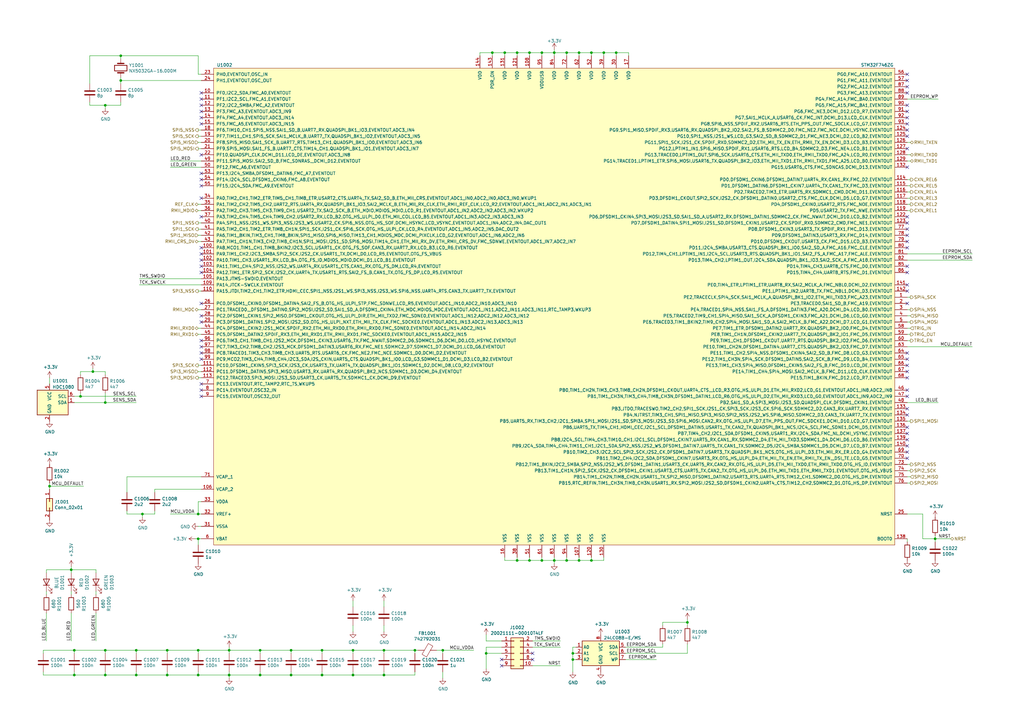
<source format=kicad_sch>
(kicad_sch (version 20230121) (generator eeschema)
  (paper "A3")
  (junction (at 157.48 276.86))
  (junction (at 217.17 21.59))
  (junction (at 199.39 267.97))
  (junction (at 55.88 266.7))
  (junction (at 212.09 229.87))
  (junction (at 237.49 229.87))
  (junction (at 242.57 21.59))
  (junction (at 132.08 276.86))
  (junction (at 43.18 165.1))
  (junction (at 43.18 276.86))
  (junction (at 222.25 229.87))
  (junction (at 232.41 229.87))
  (junction (at 234.95 270.51))
  (junction (at 132.08 266.7))
  (junction (at 237.49 21.59))
  (junction (at 242.57 229.87))
  (junction (at 227.33 21.59))
  (junction (at 43.18 266.7))
  (junction (at 252.73 21.59))
  (junction (at 43.18 43.18))
  (junction (at 207.01 21.59))
  (junction (at 20.32 199.39))
  (junction (at 81.28 210.82))
  (junction (at 81.28 276.86))
  (junction (at 68.58 276.86))
  (junction (at 119.38 276.86))
  (junction (at 81.28 266.7))
  (junction (at 247.65 21.59))
  (junction (at 383.54 220.98))
  (junction (at 119.38 266.7))
  (junction (at 33.02 162.56))
  (junction (at 81.28 220.98))
  (junction (at 227.33 229.87))
  (junction (at 222.25 21.59))
  (junction (at 55.88 276.86))
  (junction (at 170.18 266.7))
  (junction (at 181.61 266.7))
  (junction (at 144.78 276.86))
  (junction (at 38.1 152.4))
  (junction (at 217.17 229.87))
  (junction (at 58.42 210.82))
  (junction (at 201.93 21.59))
  (junction (at 93.98 276.86))
  (junction (at 157.48 266.7))
  (junction (at 30.48 266.7))
  (junction (at 29.21 233.68))
  (junction (at 144.78 266.7))
  (junction (at 68.58 266.7))
  (junction (at 232.41 21.59))
  (junction (at 93.98 266.7))
  (junction (at 106.68 276.86))
  (junction (at 212.09 21.59))
  (junction (at 106.68 266.7))
  (junction (at 49.53 33.02))
  (junction (at 234.95 267.97))
  (junction (at 30.48 276.86))
  (junction (at 49.53 22.86))
  (junction (at 281.94 255.27))
  (no_connect (at 372.11 124.46))
  (no_connect (at 372.11 45.72))
  (no_connect (at 82.55 147.32))
  (no_connect (at 218.44 267.97))
  (no_connect (at 82.55 63.5))
  (no_connect (at 372.11 88.9))
  (no_connect (at 372.11 96.52))
  (no_connect (at 372.11 147.32))
  (no_connect (at 372.11 149.86))
  (no_connect (at 82.55 71.12))
  (no_connect (at 372.11 154.94))
  (no_connect (at 372.11 91.44))
  (no_connect (at 372.11 55.88))
  (no_connect (at 372.11 53.34))
  (no_connect (at 372.11 187.96))
  (no_connect (at 372.11 152.4))
  (no_connect (at 82.55 101.6))
  (no_connect (at 372.11 185.42))
  (no_connect (at 82.55 88.9))
  (no_connect (at 372.11 144.78))
  (no_connect (at 82.55 43.18))
  (no_connect (at 372.11 30.48))
  (no_connect (at 82.55 50.8))
  (no_connect (at 82.55 45.72))
  (no_connect (at 82.55 48.26))
  (no_connect (at 82.55 104.14))
  (no_connect (at 82.55 106.68))
  (no_connect (at 82.55 124.46))
  (no_connect (at 82.55 129.54))
  (no_connect (at 82.55 132.08))
  (no_connect (at 82.55 139.7))
  (no_connect (at 82.55 142.24))
  (no_connect (at 82.55 111.76))
  (no_connect (at 218.44 270.51))
  (no_connect (at 82.55 38.1))
  (no_connect (at 82.55 40.64))
  (no_connect (at 372.11 33.02))
  (no_connect (at 82.55 109.22))
  (no_connect (at 82.55 162.56))
  (no_connect (at 372.11 60.96))
  (no_connect (at 82.55 157.48))
  (no_connect (at 372.11 68.58))
  (no_connect (at 372.11 162.56))
  (no_connect (at 372.11 167.64))
  (no_connect (at 372.11 170.18))
  (no_connect (at 372.11 175.26))
  (no_connect (at 372.11 177.8))
  (no_connect (at 372.11 180.34))
  (no_connect (at 372.11 182.88))
  (no_connect (at 372.11 93.98))
  (no_connect (at 372.11 119.38))
  (no_connect (at 372.11 116.84))
  (no_connect (at 372.11 50.8))
  (no_connect (at 372.11 38.1))
  (no_connect (at 372.11 101.6))
  (no_connect (at 205.74 270.51))
  (no_connect (at 372.11 48.26))
  (no_connect (at 372.11 160.02))
  (no_connect (at 82.55 144.78))
  (no_connect (at 82.55 160.02))
  (no_connect (at 82.55 81.28))
  (no_connect (at 372.11 43.18))
  (no_connect (at 82.55 73.66))
  (no_connect (at 82.55 76.2))
  (no_connect (at 372.11 35.56))
  (no_connect (at 372.11 109.22))
  (no_connect (at 205.74 273.05))
  (no_connect (at 372.11 99.06))
  (no_connect (at 372.11 111.76))
  (wire (pts (xy 20.32 199.39) (xy 34.29 199.39)))
  (wire (pts (xy 234.95 267.97) (xy 234.95 270.51)))
  (wire (pts (xy 236.22 265.43) (xy 234.95 265.43)))
  (wire (pts (xy 82.55 200.66) (xy 63.5 200.66)))
  (wire (pts (xy 227.33 229.87) (xy 227.33 231.14)))
  (wire (pts (xy 236.22 267.97) (xy 234.95 267.97)))
  (wire (pts (xy 373.38 63.5) (xy 372.11 63.5)))
  (wire (pts (xy 68.58 267.97) (xy 68.58 266.7)))
  (wire (pts (xy 82.55 33.02) (xy 49.53 33.02)))
  (wire (pts (xy 19.05 251.46) (xy 19.05 262.89)))
  (wire (pts (xy 68.58 266.7) (xy 81.28 266.7)))
  (wire (pts (xy 82.55 127) (xy 81.28 127)))
  (wire (pts (xy 81.28 205.74) (xy 82.55 205.74)))
  (wire (pts (xy 237.49 22.86) (xy 237.49 21.59)))
  (wire (pts (xy 281.94 267.97) (xy 281.94 264.16)))
  (wire (pts (xy 30.48 162.56) (xy 33.02 162.56)))
  (wire (pts (xy 63.5 200.66) (xy 63.5 201.93)))
  (wire (pts (xy 227.33 228.6) (xy 227.33 229.87)))
  (wire (pts (xy 222.25 21.59) (xy 227.33 21.59)))
  (wire (pts (xy 144.78 248.92) (xy 144.78 246.38)))
  (wire (pts (xy 93.98 266.7) (xy 106.68 266.7)))
  (wire (pts (xy 372.11 165.1) (xy 384.81 165.1)))
  (wire (pts (xy 217.17 228.6) (xy 217.17 229.87)))
  (wire (pts (xy 33.02 162.56) (xy 33.02 161.29)))
  (wire (pts (xy 196.85 21.59) (xy 201.93 21.59)))
  (wire (pts (xy 43.18 165.1) (xy 43.18 161.29)))
  (wire (pts (xy 378.46 220.98) (xy 378.46 210.82)))
  (wire (pts (xy 234.95 270.51) (xy 236.22 270.51)))
  (wire (pts (xy 372.11 83.82) (xy 373.38 83.82)))
  (wire (pts (xy 19.05 234.95) (xy 19.05 233.68)))
  (wire (pts (xy 373.38 86.36) (xy 372.11 86.36)))
  (wire (pts (xy 43.18 275.59) (xy 43.18 276.86)))
  (wire (pts (xy 33.02 153.67) (xy 33.02 152.4)))
  (wire (pts (xy 29.21 233.68) (xy 39.37 233.68)))
  (wire (pts (xy 232.41 22.86) (xy 232.41 21.59)))
  (wire (pts (xy 30.48 267.97) (xy 30.48 266.7)))
  (wire (pts (xy 80.01 220.98) (xy 81.28 220.98)))
  (wire (pts (xy 81.28 91.44) (xy 82.55 91.44)))
  (wire (pts (xy 81.28 22.86) (xy 81.28 30.48)))
  (wire (pts (xy 82.55 137.16) (xy 81.28 137.16)))
  (wire (pts (xy 157.48 259.08) (xy 157.48 256.54)))
  (wire (pts (xy 82.55 134.62) (xy 81.28 134.62)))
  (wire (pts (xy 81.28 22.86) (xy 49.53 22.86)))
  (wire (pts (xy 82.55 86.36) (xy 81.28 86.36)))
  (wire (pts (xy 36.83 43.18) (xy 43.18 43.18)))
  (wire (pts (xy 20.32 154.94) (xy 20.32 157.48)))
  (wire (pts (xy 58.42 210.82) (xy 63.5 210.82)))
  (wire (pts (xy 247.65 22.86) (xy 247.65 21.59)))
  (wire (pts (xy 212.09 229.87) (xy 217.17 229.87)))
  (wire (pts (xy 82.55 99.06) (xy 81.28 99.06)))
  (wire (pts (xy 247.65 21.59) (xy 252.73 21.59)))
  (wire (pts (xy 17.78 266.7) (xy 30.48 266.7)))
  (wire (pts (xy 58.42 212.09) (xy 58.42 210.82)))
  (wire (pts (xy 227.33 20.32) (xy 227.33 21.59)))
  (wire (pts (xy 81.28 267.97) (xy 81.28 266.7)))
  (wire (pts (xy 372.11 78.74) (xy 373.38 78.74)))
  (wire (pts (xy 242.57 228.6) (xy 242.57 229.87)))
  (wire (pts (xy 43.18 276.86) (xy 55.88 276.86)))
  (wire (pts (xy 30.48 276.86) (xy 43.18 276.86)))
  (wire (pts (xy 81.28 30.48) (xy 82.55 30.48)))
  (wire (pts (xy 132.08 275.59) (xy 132.08 276.86)))
  (wire (pts (xy 81.28 119.38) (xy 82.55 119.38)))
  (wire (pts (xy 372.11 106.68) (xy 398.78 106.68)))
  (wire (pts (xy 39.37 242.57) (xy 39.37 243.84)))
  (wire (pts (xy 49.53 31.75) (xy 49.53 33.02)))
  (wire (pts (xy 222.25 228.6) (xy 222.25 229.87)))
  (wire (pts (xy 242.57 229.87) (xy 247.65 229.87)))
  (wire (pts (xy 81.28 220.98) (xy 82.55 220.98)))
  (wire (pts (xy 49.53 43.18) (xy 49.53 41.91)))
  (wire (pts (xy 199.39 267.97) (xy 199.39 265.43)))
  (wire (pts (xy 196.85 22.86) (xy 196.85 21.59)))
  (wire (pts (xy 52.07 210.82) (xy 58.42 210.82)))
  (wire (pts (xy 39.37 251.46) (xy 39.37 262.89)))
  (wire (pts (xy 212.09 22.86) (xy 212.09 21.59)))
  (wire (pts (xy 81.28 275.59) (xy 81.28 276.86)))
  (wire (pts (xy 29.21 251.46) (xy 29.21 262.89)))
  (wire (pts (xy 49.53 33.02) (xy 49.53 34.29)))
  (wire (pts (xy 232.41 229.87) (xy 237.49 229.87)))
  (wire (pts (xy 373.38 76.2) (xy 372.11 76.2)))
  (wire (pts (xy 372.11 142.24) (xy 398.78 142.24)))
  (wire (pts (xy 217.17 22.86) (xy 217.17 21.59)))
  (wire (pts (xy 43.18 267.97) (xy 43.18 266.7)))
  (wire (pts (xy 170.18 266.7) (xy 171.45 266.7)))
  (wire (pts (xy 271.78 256.54) (xy 271.78 255.27)))
  (wire (pts (xy 52.07 195.58) (xy 82.55 195.58)))
  (wire (pts (xy 242.57 21.59) (xy 247.65 21.59)))
  (wire (pts (xy 383.54 220.98) (xy 378.46 220.98)))
  (wire (pts (xy 199.39 260.35) (xy 199.39 262.89)))
  (wire (pts (xy 170.18 266.7) (xy 157.48 266.7)))
  (wire (pts (xy 33.02 152.4) (xy 38.1 152.4)))
  (wire (pts (xy 372.11 193.04) (xy 373.38 193.04)))
  (wire (pts (xy 81.28 276.86) (xy 93.98 276.86)))
  (wire (pts (xy 212.09 228.6) (xy 212.09 229.87)))
  (wire (pts (xy 119.38 267.97) (xy 119.38 266.7)))
  (wire (pts (xy 106.68 266.7) (xy 119.38 266.7)))
  (wire (pts (xy 372.11 172.72) (xy 373.38 172.72)))
  (wire (pts (xy 81.28 58.42) (xy 82.55 58.42)))
  (wire (pts (xy 17.78 276.86) (xy 30.48 276.86)))
  (wire (pts (xy 144.78 275.59) (xy 144.78 276.86)))
  (wire (pts (xy 372.11 104.14) (xy 398.78 104.14)))
  (wire (pts (xy 242.57 22.86) (xy 242.57 21.59)))
  (wire (pts (xy 63.5 210.82) (xy 63.5 209.55)))
  (wire (pts (xy 30.48 275.59) (xy 30.48 276.86)))
  (wire (pts (xy 43.18 165.1) (xy 55.88 165.1)))
  (wire (pts (xy 207.01 21.59) (xy 212.09 21.59)))
  (wire (pts (xy 144.78 276.86) (xy 157.48 276.86)))
  (wire (pts (xy 119.38 276.86) (xy 132.08 276.86)))
  (wire (pts (xy 372.11 73.66) (xy 373.38 73.66)))
  (wire (pts (xy 227.33 21.59) (xy 232.41 21.59)))
  (wire (pts (xy 157.48 248.92) (xy 157.48 246.38)))
  (wire (pts (xy 29.21 242.57) (xy 29.21 243.84)))
  (wire (pts (xy 383.54 220.98) (xy 383.54 222.25)))
  (wire (pts (xy 119.38 266.7) (xy 132.08 266.7)))
  (wire (pts (xy 119.38 275.59) (xy 119.38 276.86)))
  (wire (pts (xy 256.54 267.97) (xy 281.94 267.97)))
  (wire (pts (xy 157.48 266.7) (xy 157.48 267.97)))
  (wire (pts (xy 43.18 43.18) (xy 49.53 43.18)))
  (wire (pts (xy 252.73 22.86) (xy 252.73 21.59)))
  (wire (pts (xy 234.95 265.43) (xy 234.95 267.97)))
  (wire (pts (xy 256.54 265.43) (xy 271.78 265.43)))
  (wire (pts (xy 217.17 229.87) (xy 222.25 229.87)))
  (wire (pts (xy 218.44 262.89) (xy 229.87 262.89)))
  (wire (pts (xy 181.61 266.7) (xy 194.31 266.7)))
  (wire (pts (xy 93.98 275.59) (xy 93.98 276.86)))
  (wire (pts (xy 373.38 137.16) (xy 372.11 137.16)))
  (wire (pts (xy 157.48 276.86) (xy 170.18 276.86)))
  (wire (pts (xy 199.39 274.32) (xy 199.39 267.97)))
  (wire (pts (xy 281.94 254) (xy 281.94 255.27)))
  (wire (pts (xy 106.68 276.86) (xy 119.38 276.86)))
  (wire (pts (xy 132.08 266.7) (xy 144.78 266.7)))
  (wire (pts (xy 199.39 265.43) (xy 205.74 265.43)))
  (wire (pts (xy 212.09 21.59) (xy 217.17 21.59)))
  (wire (pts (xy 207.01 229.87) (xy 212.09 229.87)))
  (wire (pts (xy 157.48 276.86) (xy 157.48 275.59)))
  (wire (pts (xy 201.93 22.86) (xy 201.93 21.59)))
  (wire (pts (xy 55.88 276.86) (xy 68.58 276.86)))
  (wire (pts (xy 222.25 229.87) (xy 227.33 229.87)))
  (wire (pts (xy 43.18 44.45) (xy 43.18 43.18)))
  (wire (pts (xy 372.11 132.08) (xy 373.38 132.08)))
  (wire (pts (xy 30.48 165.1) (xy 43.18 165.1)))
  (wire (pts (xy 20.32 200.66) (xy 20.32 199.39)))
  (wire (pts (xy 372.11 222.25) (xy 372.11 220.98)))
  (wire (pts (xy 207.01 22.86) (xy 207.01 21.59)))
  (wire (pts (xy 68.58 276.86) (xy 81.28 276.86)))
  (wire (pts (xy 43.18 266.7) (xy 55.88 266.7)))
  (wire (pts (xy 55.88 267.97) (xy 55.88 266.7)))
  (wire (pts (xy 20.32 199.39) (xy 20.32 198.12)))
  (wire (pts (xy 69.85 210.82) (xy 81.28 210.82)))
  (wire (pts (xy 271.78 265.43) (xy 271.78 264.16)))
  (wire (pts (xy 19.05 243.84) (xy 19.05 242.57)))
  (wire (pts (xy 281.94 255.27) (xy 281.94 256.54)))
  (wire (pts (xy 81.28 154.94) (xy 82.55 154.94)))
  (wire (pts (xy 144.78 259.08) (xy 144.78 256.54)))
  (wire (pts (xy 81.28 215.9) (xy 82.55 215.9)))
  (wire (pts (xy 81.28 223.52) (xy 81.28 220.98)))
  (wire (pts (xy 81.28 96.52) (xy 82.55 96.52)))
  (wire (pts (xy 106.68 267.97) (xy 106.68 266.7)))
  (wire (pts (xy 217.17 21.59) (xy 222.25 21.59)))
  (wire (pts (xy 49.53 22.86) (xy 36.83 22.86)))
  (wire (pts (xy 36.83 22.86) (xy 36.83 34.29)))
  (wire (pts (xy 181.61 266.7) (xy 181.61 267.97)))
  (wire (pts (xy 93.98 266.7) (xy 93.98 265.43)))
  (wire (pts (xy 52.07 209.55) (xy 52.07 210.82)))
  (wire (pts (xy 372.11 190.5) (xy 373.38 190.5)))
  (wire (pts (xy 372.11 121.92) (xy 373.38 121.92)))
  (wire (pts (xy 372.11 58.42) (xy 373.38 58.42)))
  (wire (pts (xy 57.15 114.3) (xy 82.55 114.3)))
  (wire (pts (xy 82.55 116.84) (xy 57.15 116.84)))
  (wire (pts (xy 256.54 270.51) (xy 269.24 270.51)))
  (wire (pts (xy 373.38 81.28) (xy 372.11 81.28)))
  (wire (pts (xy 252.73 21.59) (xy 257.81 21.59)))
  (wire (pts (xy 43.18 152.4) (xy 43.18 153.67)))
  (wire (pts (xy 372.11 195.58) (xy 373.38 195.58)))
  (wire (pts (xy 68.58 275.59) (xy 68.58 276.86)))
  (wire (pts (xy 181.61 278.13) (xy 181.61 275.59)))
  (wire (pts (xy 82.55 68.58) (xy 69.85 68.58)))
  (wire (pts (xy 52.07 195.58) (xy 52.07 201.93)))
  (wire (pts (xy 55.88 266.7) (xy 68.58 266.7)))
  (wire (pts (xy 205.74 267.97) (xy 199.39 267.97)))
  (wire (pts (xy 29.21 232.41) (xy 29.21 233.68)))
  (wire (pts (xy 373.38 139.7) (xy 372.11 139.7)))
  (wire (pts (xy 237.49 21.59) (xy 242.57 21.59)))
  (wire (pts (xy 181.61 266.7) (xy 179.07 266.7)))
  (wire (pts (xy 106.68 275.59) (xy 106.68 276.86)))
  (wire (pts (xy 207.01 228.6) (xy 207.01 229.87)))
  (wire (pts (xy 237.49 228.6) (xy 237.49 229.87)))
  (wire (pts (xy 33.02 162.56) (xy 55.88 162.56)))
  (wire (pts (xy 93.98 278.13) (xy 93.98 276.86)))
  (wire (pts (xy 389.89 220.98) (xy 383.54 220.98)))
  (wire (pts (xy 49.53 24.13) (xy 49.53 22.86)))
  (wire (pts (xy 201.93 21.59) (xy 207.01 21.59)))
  (wire (pts (xy 81.28 55.88) (xy 82.55 55.88)))
  (wire (pts (xy 132.08 267.97) (xy 132.08 266.7)))
  (wire (pts (xy 17.78 275.59) (xy 17.78 276.86)))
  (wire (pts (xy 218.44 265.43) (xy 229.87 265.43)))
  (wire (pts (xy 38.1 151.13) (xy 38.1 152.4)))
  (wire (pts (xy 132.08 276.86) (xy 144.78 276.86)))
  (wire (pts (xy 29.21 233.68) (xy 29.21 234.95)))
  (wire (pts (xy 81.28 60.96) (xy 82.55 60.96)))
  (wire (pts (xy 199.39 262.89) (xy 205.74 262.89)))
  (wire (pts (xy 36.83 41.91) (xy 36.83 43.18)))
  (wire (pts (xy 218.44 273.05) (xy 229.87 273.05)))
  (wire (pts (xy 378.46 210.82) (xy 372.11 210.82)))
  (wire (pts (xy 222.25 22.86) (xy 222.25 21.59)))
  (wire (pts (xy 81.28 53.34) (xy 82.55 53.34)))
  (wire (pts (xy 232.41 21.59) (xy 237.49 21.59)))
  (wire (pts (xy 372.11 40.64) (xy 384.81 40.64)))
  (wire (pts (xy 372.11 127) (xy 373.38 127)))
  (wire (pts (xy 170.18 267.97) (xy 170.18 266.7)))
  (wire (pts (xy 82.55 66.04) (xy 69.85 66.04)))
  (wire (pts (xy 19.05 233.68) (xy 29.21 233.68)))
  (wire (pts (xy 82.55 210.82) (xy 81.28 210.82)))
  (wire (pts (xy 81.28 210.82) (xy 81.28 205.74)))
  (wire (pts (xy 227.33 22.86) (xy 227.33 21.59)))
  (wire (pts (xy 372.11 134.62) (xy 373.38 134.62)))
  (wire (pts (xy 30.48 266.7) (xy 43.18 266.7)))
  (wire (pts (xy 227.33 229.87) (xy 232.41 229.87)))
  (wire (pts (xy 82.55 83.82) (xy 81.28 83.82)))
  (wire (pts (xy 234.95 275.59) (xy 234.95 270.51)))
  (wire (pts (xy 93.98 267.97) (xy 93.98 266.7)))
  (wire (pts (xy 81.28 266.7) (xy 93.98 266.7)))
  (wire (pts (xy 144.78 266.7) (xy 157.48 266.7)))
  (wire (pts (xy 144.78 267.97) (xy 144.78 266.7)))
  (wire (pts (xy 39.37 233.68) (xy 39.37 234.95)))
  (wire (pts (xy 170.18 276.86) (xy 170.18 275.59)))
  (wire (pts (xy 383.54 219.71) (xy 383.54 220.98)))
  (wire (pts (xy 81.28 152.4) (xy 82.55 152.4)))
  (wire (pts (xy 81.28 149.86) (xy 82.55 149.86)))
  (wire (pts (xy 232.41 228.6) (xy 232.41 229.87)))
  (wire (pts (xy 271.78 255.27) (xy 281.94 255.27)))
  (wire (pts (xy 372.11 129.54) (xy 373.38 129.54)))
  (wire (pts (xy 237.49 229.87) (xy 242.57 229.87)))
  (wire (pts (xy 247.65 229.87) (xy 247.65 228.6)))
  (wire (pts (xy 38.1 152.4) (xy 43.18 152.4)))
  (wire (pts (xy 257.81 21.59) (xy 257.81 22.86)))
  (wire (pts (xy 17.78 267.97) (xy 17.78 266.7)))
  (wire (pts (xy 372.11 198.12) (xy 373.38 198.12)))
  (wire (pts (xy 81.28 93.98) (xy 82.55 93.98)))
  (wire (pts (xy 93.98 276.86) (xy 106.68 276.86)))
  (wire (pts (xy 372.11 66.04) (xy 373.38 66.04)))
  (wire (pts (xy 55.88 275.59) (xy 55.88 276.86)))
  (label "LED_RED" (at 29.21 262.89 90))
  (label "MCU_DEFAULT" (at 34.29 199.39 180))
  (label "MCU_VDDA" (at 69.85 210.82 0))
  (label "NRST" (at 389.89 220.98 180))
  (label "TCK_SWCLK" (at 57.15 116.84 0))
  (label "LED_RED" (at 69.85 66.04 0))
  (label "MCU_VDDA" (at 194.31 266.7 180))
  (label "NRST" (at 229.87 273.05 180))
  (label "TCK_SWCLK" (at 229.87 265.43 180))
  (label "MCU_DEFAULT" (at 398.78 142.24 180))
  (label "LED_BLUE" (at 19.05 262.89 90))
  (label "EEPROM_WP" (at 384.81 40.64 180))
  (label "LED_BLUE" (at 384.81 165.1 180))
  (label "EEPROM_SCL" (at 269.24 267.97 180))
  (label "EEPROM_SCL" (at 398.78 104.14 180))
  (label "EEPROM_WP" (at 269.24 270.51 180))
  (label "LED_GREEN" (at 39.37 262.89 90))
  (label "TMS_SWDIO" (at 229.87 262.89 180))
  (label "EEPROM_SDA" (at 269.24 265.43 180))
  (label "TMS_SWDIO" (at 57.15 114.3 0))
  (label "SENS_SCL" (at 55.88 162.56 180))
  (label "LED_GREEN" (at 69.85 68.58 0))
  (label "SENS_SDA" (at 55.88 165.1 180))
  (label "EEPROM_SDA" (at 398.78 106.68 180))
  (hierarchical_label "RMII_MDIO" (shape bidirectional) (at 81.28 86.36 180))
  (hierarchical_label "SPI5_MOSI" (shape output) (at 81.28 60.96 180))
  (hierarchical_label "SPI3_SCK" (shape output) (at 81.28 149.86 180))
  (hierarchical_label "SPI1_NSS" (shape output) (at 81.28 91.44 180))
  (hierarchical_label "CXN_REL3" (shape output) (at 373.38 81.28 0))
  (hierarchical_label "RMII_TXD1" (shape bidirectional) (at 373.38 66.04 0))
  (hierarchical_label "SPI4_SCK" (shape output) (at 373.38 121.92 0))
  (hierarchical_label "RMII_RXD0" (shape bidirectional) (at 81.28 134.62 180))
  (hierarchical_label "SPI5_NSS" (shape output) (at 81.28 53.34 180))
  (hierarchical_label "SPI4_MOSI" (shape output) (at 373.38 132.08 0))
  (hierarchical_label "SPI3_MOSI" (shape output) (at 81.28 154.94 180))
  (hierarchical_label "TRIG_EN" (shape output) (at 373.38 139.7 0))
  (hierarchical_label "NRST" (shape bidirectional) (at 389.89 220.98 0))
  (hierarchical_label "SPI5_SCK" (shape output) (at 81.28 55.88 180))
  (hierarchical_label "REF_CLK" (shape bidirectional) (at 81.28 83.82 180))
  (hierarchical_label "CXN_REL5" (shape output) (at 373.38 76.2 0))
  (hierarchical_label "TRIG_OUT" (shape output) (at 373.38 137.16 0))
  (hierarchical_label "RMII_MDC" (shape bidirectional) (at 81.28 127 180))
  (hierarchical_label "RMII_RXD1" (shape bidirectional) (at 81.28 137.16 180))
  (hierarchical_label "SPI4_NSS" (shape output) (at 373.38 127 0))
  (hierarchical_label "SPI3_NSS" (shape output) (at 81.28 119.38 180))
  (hierarchical_label "SPI1_MISO" (shape input) (at 81.28 96.52 180))
  (hierarchical_label "SPI4_MISO" (shape input) (at 373.38 129.54 0))
  (hierarchical_label "RMII_CRS_DV" (shape bidirectional) (at 81.28 99.06 180))
  (hierarchical_label "CXN_REL1" (shape output) (at 373.38 86.36 0))
  (hierarchical_label "SPI2_NSS" (shape output) (at 373.38 190.5 0))
  (hierarchical_label "SPI3_MISO" (shape input) (at 81.28 152.4 180))
  (hierarchical_label "TRIG_IN" (shape input) (at 373.38 134.62 0))
  (hierarchical_label "SPI5_MISO" (shape input) (at 81.28 58.42 180))
  (hierarchical_label "SPI2_MISO" (shape input) (at 373.38 195.58 0))
  (hierarchical_label "RMII_TXEN" (shape bidirectional) (at 373.38 58.42 0))
  (hierarchical_label "CXN_REL4" (shape output) (at 373.38 78.74 0))
  (hierarchical_label "SPI1_MOSI" (shape output) (at 373.38 172.72 0))
  (hierarchical_label "SPI2_MOSI" (shape output) (at 373.38 198.12 0))
  (hierarchical_label "RMII_TXD0" (shape bidirectional) (at 373.38 63.5 0))
  (hierarchical_label "CXN_REL2" (shape output) (at 373.38 83.82 0))
  (hierarchical_label "SPI2_SCK" (shape output) (at 373.38 193.04 0))
  (hierarchical_label "SPI1_SCK" (shape output) (at 81.28 93.98 180))
  (hierarchical_label "CXN_REL6" (shape output) (at 373.38 73.66 0))
  (symbol (lib_id "Device:R") (at 39.37 247.65 180) (unit 1)
    (property "Reference" "R1005" (at 44.6278 247.65 90))
    (property "Value" "680" (at 42.3164 247.65 90))
    (property "Footprint" "Resistor_SMD:R_0603_1608Metric_Pad0.98x0.95mm_HandSolder" (effects hide))
    (instances (project "ETH1CSMU2" (path "" (reference "R1005") (unit 1))) (project "ETH1CREF1A" (path "" (reference "R205") (unit 1))))
  )
  (symbol (lib_id "power:GND") (at 43.18 44.45 0) (unit 1)
    (property "Reference" "#PWR01007" (effects hide))
    (property "Value" "GND" (at 43.307 48.8442 0))
    (instances (project "ETH1CSMU2" (path "" (reference "#PWR01007") (unit 1))) (project "ETH1CREF1A" (path "" (reference "#PWR0207") (unit 1))))
  )
  (symbol (lib_id "Device:C") (at 36.83 38.1 0) (unit 1)
    (property "Reference" "C1003" (at 39.751 36.9316 0) (effects (justify left)))
    (property "Value" "8p" (at 39.751 39.243 0) (effects (justify left)))
    (property "Footprint" "Capacitor_SMD:C_0603_1608Metric_Pad1.08x0.95mm_HandSolder" (effects hide))
    (instances (project "ETH1CSMU2" (path "" (reference "C1003") (unit 1))) (project "ETH1CREF1A" (path "" (reference "C203") (unit 1))))
  )
  (symbol (lib_id "Device:C") (at 49.53 38.1 0) (unit 1)
    (property "Reference" "C1005" (at 52.451 36.9316 0) (effects (justify left)))
    (property "Value" "8p" (at 52.451 39.243 0) (effects (justify left)))
    (property "Footprint" "Capacitor_SMD:C_0603_1608Metric_Pad1.08x0.95mm_HandSolder" (effects hide))
    (instances (project "ETH1CSMU2" (path "" (reference "C1005") (unit 1))) (project "ETH1CREF1A" (path "" (reference "C205") (unit 1))))
  )
  (symbol (lib_id "Device:C") (at 119.38 271.78 0) (unit 1)
    (property "Reference" "C1014" (at 122.301 270.6116 0) (effects (justify left)))
    (property "Value" "100n" (at 122.301 272.923 0) (effects (justify left)))
    (property "Footprint" "Capacitor_SMD:C_0603_1608Metric_Pad1.08x0.95mm_HandSolder" (effects hide))
    (instances (project "ETH1CSMU2" (path "" (reference "C1014") (unit 1))) (project "ETH1CREF1A" (path "" (reference "C214") (unit 1))))
  )
  (symbol (lib_id "Device:R") (at 19.05 247.65 180) (unit 1)
    (property "Reference" "R1001" (at 24.3078 247.65 90))
    (property "Value" "680" (at 21.9964 247.65 90))
    (property "Footprint" "Resistor_SMD:R_0603_1608Metric_Pad0.98x0.95mm_HandSolder" (effects hide))
    (instances (project "ETH1CSMU2" (path "" (reference "R1001") (unit 1))) (project "ETH1CREF1A" (path "" (reference "R201") (unit 1))))
  )
  (symbol (lib_id "power:GND") (at 227.33 231.14 0) (unit 1)
    (property "Reference" "#PWR01022" (effects hide))
    (property "Value" "GND" (at 227.457 235.5342 0))
    (instances (project "ETH1CSMU2" (path "" (reference "#PWR01022") (unit 1))) (project "ETH1CREF1A" (path "" (reference "#PWR0222") (unit 1))))
  )
  (symbol (lib_id "power:+3.3V") (at 227.33 20.32 0) (unit 1)
    (property "Reference" "#PWR01021" (effects hide))
    (property "Value" "+3.3V" (at 227.33 16.7442 0))
    (instances (project "ETH1CSMU2" (path "" (reference "#PWR01021") (unit 1))) (project "ETH1CREF1A" (path "" (reference "#PWR0221") (unit 1))))
  )
  (symbol (lib_id "Device:C") (at 144.78 271.78 0) (unit 1)
    (property "Reference" "C1017" (at 147.701 270.6116 0) (effects (justify left)))
    (property "Value" "100n" (at 147.701 272.923 0) (effects (justify left)))
    (property "Footprint" "Capacitor_SMD:C_0603_1608Metric_Pad1.08x0.95mm_HandSolder" (effects hide))
    (instances (project "ETH1CSMU2" (path "" (reference "C1017") (unit 1))) (project "ETH1CREF1A" (path "" (reference "C217") (unit 1))))
  )
  (symbol (lib_id "Device:R") (at 43.18 157.48 0) (unit 1)
    (property "Reference" "R1006" (at 44.958 156.3116 0) (effects (justify left)))
    (property "Value" "4k7" (at 44.958 158.623 0) (effects (justify left)))
    (property "Footprint" "Resistor_SMD:R_0603_1608Metric_Pad0.98x0.95mm_HandSolder" (effects hide))
    (instances (project "ETH1CSMU2" (path "" (reference "R1006") (unit 1))) (project "ETH1CREF1A" (path "" (reference "R206") (unit 1))))
  )
  (symbol (lib_id "power:+3.3V") (at 246.38 260.35 0) (unit 1)
    (property "Reference" "#PWR01024" (effects hide))
    (property "Value" "+3.3V" (at 246.761 255.9558 0))
    (instances (project "ETH1CSMU2" (path "" (reference "#PWR01024") (unit 1))) (project "ETH1CREF1A" (path "" (reference "#PWR0224") (unit 1))))
  )
  (symbol (lib_id "power:+3.3V") (at 281.94 254 0) (unit 1)
    (property "Reference" "#PWR01026" (effects hide))
    (property "Value" "+3.3V" (at 282.321 249.6058 0))
    (instances (project "ETH1CSMU2" (path "" (reference "#PWR01026") (unit 1))) (project "ETH1CREF1A" (path "" (reference "#PWR0226") (unit 1))))
  )
  (symbol (lib_id "power:GND") (at 81.28 215.9 270) (unit 1)
    (property "Reference" "#PWR01010" (effects hide))
    (property "Value" "GND" (at 78.0288 216.027 90) (effects (justify right)))
    (instances (project "ETH1CSMU2" (path "" (reference "#PWR01010") (unit 1))) (project "ETH1CREF1A" (path "" (reference "#PWR0210") (unit 1))))
  )
  (symbol (lib_id "Device:C") (at 30.48 271.78 0) (unit 1)
    (property "Reference" "C1002" (at 33.401 270.6116 0) (effects (justify left)))
    (property "Value" "100n" (at 33.401 272.923 0) (effects (justify left)))
    (property "Footprint" "Capacitor_SMD:C_0603_1608Metric_Pad1.08x0.95mm_HandSolder" (effects hide))
    (instances (project "ETH1CSMU2" (path "" (reference "C1002") (unit 1))) (project "ETH1CREF1A" (path "" (reference "C202") (unit 1))))
  )
  (symbol (lib_id "Device:R") (at 281.94 260.35 0) (unit 1)
    (property "Reference" "R1008" (at 283.718 259.1816 0) (effects (justify left)))
    (property "Value" "4k7" (at 283.718 261.493 0) (effects (justify left)))
    (property "Footprint" "Resistor_SMD:R_0603_1608Metric_Pad0.98x0.95mm_HandSolder" (effects hide))
    (instances (project "ETH1CSMU2" (path "" (reference "R1008") (unit 1))) (project "ETH1CREF1A" (path "" (reference "R208") (unit 1))))
  )
  (symbol (lib_id "power:GND") (at 199.39 274.32 0) (unit 1)
    (property "Reference" "#PWR01020" (effects hide))
    (property "Value" "GND" (at 199.517 278.7142 0))
    (instances (project "ETH1CSMU2" (path "" (reference "#PWR01020") (unit 1))) (project "ETH1CREF1A" (path "" (reference "#PWR0220") (unit 1))))
  )
  (symbol (lib_id "Device:C") (at 43.18 271.78 0) (unit 1)
    (property "Reference" "C1004" (at 46.101 270.6116 0) (effects (justify left)))
    (property "Value" "100n" (at 46.101 272.923 0) (effects (justify left)))
    (property "Footprint" "Capacitor_SMD:C_0603_1608Metric_Pad1.08x0.95mm_HandSolder" (effects hide))
    (instances (project "ETH1CSMU2" (path "" (reference "C1004") (unit 1))) (project "ETH1CREF1A" (path "" (reference "C204") (unit 1))))
  )
  (symbol (lib_id "power:GND") (at 93.98 278.13 0) (unit 1)
    (property "Reference" "#PWR01013" (effects hide))
    (property "Value" "GND" (at 94.107 282.5242 0))
    (instances (project "ETH1CSMU2" (path "" (reference "#PWR01013") (unit 1))) (project "ETH1CREF1A" (path "" (reference "#PWR0213") (unit 1))))
  )
  (symbol (lib_id "power:+3.3V") (at 93.98 265.43 0) (unit 1)
    (property "Reference" "#PWR01012" (effects hide))
    (property "Value" "+3.3V" (at 94.361 261.0358 0))
    (instances (project "ETH1CSMU2" (path "" (reference "#PWR01012") (unit 1))) (project "ETH1CREF1A" (path "" (reference "#PWR0212") (unit 1))))
  )
  (symbol (lib_id "power:GND") (at 383.54 229.87 0) (unit 1)
    (property "Reference" "#PWR01029" (effects hide))
    (property "Value" "GND" (at 383.667 234.2642 0))
    (instances (project "ETH1CSMU2" (path "" (reference "#PWR01029") (unit 1))) (project "ETH1CREF1A" (path "" (reference "#PWR0229") (unit 1))))
  )
  (symbol (lib_id "Device:R") (at 372.11 226.06 0) (unit 1)
    (property "Reference" "R1009" (at 373.888 224.8916 0) (effects (justify left)))
    (property "Value" "10k" (at 373.888 227.203 0) (effects (justify left)))
    (property "Footprint" "Resistor_SMD:R_0603_1608Metric_Pad0.98x0.95mm_HandSolder" (effects hide))
    (instances (project "ETH1CSMU2" (path "" (reference "R1009") (unit 1))) (project "ETH1CREF1A" (path "" (reference "R209") (unit 1))))
  )
  (symbol (lib_id "Device:R") (at 271.78 260.35 0) (unit 1)
    (property "Reference" "R1007" (at 273.558 259.1816 0) (effects (justify left)))
    (property "Value" "4k7" (at 273.558 261.493 0) (effects (justify left)))
    (property "Footprint" "Resistor_SMD:R_0603_1608Metric_Pad0.98x0.95mm_HandSolder" (effects hide))
    (instances (project "ETH1CSMU2" (path "" (reference "R1007") (unit 1))) (project "ETH1CREF1A" (path "" (reference "R207") (unit 1))))
  )
  (symbol (lib_id "Device:Crystal") (at 49.53 27.94 270) (unit 1)
    (property "Reference" "Y1001" (at 52.8574 26.7716 90) (effects (justify left)))
    (property "Value" "NX5032GA-16.000M" (at 52.8574 29.083 90) (effects (justify left)))
    (property "Footprint" "ETH1CREF1A:NX3225GD" (effects hide))
    (instances (project "ETH1CSMU2" (path "" (reference "Y1001") (unit 1))) (project "ETH1CREF1A" (path "" (reference "Y201") (unit 1))))
  )
  (symbol (lib_id "power:GND") (at 20.32 213.36 0) (unit 1)
    (property "Reference" "#PWR01004" (effects hide))
    (property "Value" "GND" (at 20.447 217.7542 0))
    (instances (project "ETH1CSMU2" (path "" (reference "#PWR01004") (unit 1))) (project "ETH1CREF1A" (path "" (reference "#PWR0204") (unit 1))))
  )
  (symbol (lib_id "Memory_EEPROM:24LC08") (at 246.38 267.97 0) (unit 1)
    (property "Reference" "U1003" (at 255.27 259.08 0))
    (property "Value" "24LC08B-E/MS" (at 255.27 261.62 0))
    (property "Footprint" "Package_SO:MSOP-8_3x3mm_P0.65mm" (effects hide))
    (property "Datasheet" "http://ww1.microchip.com/downloads/en/DeviceDoc/21710J.pdf" (effects hide))
    (instances (project "ETH1CSMU2" (path "" (reference "U1003") (unit 1))) (project "ETH1CREF1A" (path "" (reference "U203") (unit 1))))
  )
  (symbol (lib_id "power:+3.3V") (at 20.32 190.5 0) (unit 1)
    (property "Reference" "#PWR01003" (effects hide))
    (property "Value" "+3.3V" (at 20.701 186.1058 0))
    (instances (project "ETH1CSMU2" (path "" (reference "#PWR01003") (unit 1))) (project "ETH1CREF1A" (path "" (reference "#PWR0203") (unit 1))))
  )
  (symbol (lib_id "Device:C") (at 170.18 271.78 0) (unit 1)
    (property "Reference" "C1020" (at 173.101 270.6116 0) (effects (justify left)))
    (property "Value" "100n" (at 173.101 272.923 0) (effects (justify left)))
    (property "Footprint" "Capacitor_SMD:C_0603_1608Metric_Pad1.08x0.95mm_HandSolder" (effects hide))
    (instances (project "ETH1CSMU2" (path "" (reference "C1020") (unit 1))) (project "ETH1CREF1A" (path "" (reference "C220") (unit 1))))
  )
  (symbol (lib_id "power:+3.3V") (at 80.01 220.98 90) (unit 1)
    (property "Reference" "#PWR01009" (effects hide))
    (property "Value" "+3.3V" (at 73.66 220.98 90))
    (instances (project "ETH1CSMU2" (path "" (reference "#PWR01009") (unit 1))) (project "ETH1CREF1A" (path "" (reference "#PWR0209") (unit 1))))
  )
  (symbol (lib_id "Device:C") (at 157.48 271.78 0) (unit 1)
    (property "Reference" "C1019" (at 160.401 270.6116 0) (effects (justify left)))
    (property "Value" "100n" (at 160.401 272.923 0) (effects (justify left)))
    (property "Footprint" "Capacitor_SMD:C_0603_1608Metric_Pad1.08x0.95mm_HandSolder" (effects hide))
    (instances (project "ETH1CSMU2" (path "" (reference "C1019") (unit 1))) (project "ETH1CREF1A" (path "" (reference "C219") (unit 1))))
  )
  (symbol (lib_id "power:+3.3V") (at 38.1 151.13 0) (unit 1)
    (property "Reference" "#PWR01006" (effects hide))
    (property "Value" "+3.3V" (at 38.481 146.7358 0))
    (instances (project "ETH1CSMU2" (path "" (reference "#PWR01006") (unit 1))) (project "ETH1CREF1A" (path "" (reference "#PWR0206") (unit 1))))
  )
  (symbol (lib_id "Device:C") (at 52.07 205.74 0) (unit 1)
    (property "Reference" "C1006" (at 54.991 204.5716 0) (effects (justify left)))
    (property "Value" "2u2" (at 54.991 206.883 0) (effects (justify left)))
    (property "Footprint" "Capacitor_SMD:C_0603_1608Metric_Pad1.08x0.95mm_HandSolder" (effects hide))
    (instances (project "ETH1CSMU2" (path "" (reference "C1006") (unit 1))) (project "ETH1CREF1A" (path "" (reference "C206") (unit 1))))
  )
  (symbol (lib_id "Device:Ferrite_Bead") (at 175.26 266.7 270) (unit 1)
    (property "Reference" "FB1001" (at 175.26 259.7404 90))
    (property "Value" "742792031" (at 175.26 262.0518 90))
    (property "Footprint" "Inductor_SMD:L_0805_2012Metric_Pad1.15x1.40mm_HandSolder" (effects hide))
    (instances (project "ETH1CSMU2" (path "" (reference "FB1001") (unit 1))) (project "ETH1CREF1A" (path "" (reference "FB201") (unit 1))))
  )
  (symbol (lib_id "power:GND") (at 157.48 259.08 0) (unit 1)
    (property "Reference" "#PWR01017" (effects hide))
    (property "Value" "GND" (at 157.607 263.4742 0))
    (instances (project "ETH1CSMU2" (path "" (reference "#PWR01017") (unit 1))) (project "ETH1CREF1A" (path "" (reference "#PWR0217") (unit 1))))
  )
  (symbol (lib_id "power:+3.3V") (at 29.21 232.41 0) (unit 1)
    (property "Reference" "#PWR01005" (effects hide))
    (property "Value" "+3.3V" (at 29.21 228.6 90) (effects (justify left)))
    (instances (project "ETH1CSMU2" (path "" (reference "#PWR01005") (unit 1))) (project "ETH1CREF1A" (path "" (reference "#PWR0205") (unit 1))))
  )
  (symbol (lib_id "power:GND") (at 81.28 231.14 0) (unit 1)
    (property "Reference" "#PWR01011" (effects hide))
    (property "Value" "GND" (at 81.407 235.5342 0))
    (instances (project "ETH1CSMU2" (path "" (reference "#PWR01011") (unit 1))) (project "ETH1CREF1A" (path "" (reference "#PWR0211") (unit 1))))
  )
  (symbol (lib_id "Device:LED") (at 29.21 238.76 90) (unit 1)
    (property "Reference" "D1002" (at 35.687 238.9378 0))
    (property "Value" "RED" (at 33.3756 238.9378 0))
    (property "Footprint" "LED_SMD:LED_0603_1608Metric_Pad1.05x0.95mm_HandSolder" (effects hide))
    (instances (project "ETH1CSMU2" (path "" (reference "D1002") (unit 1))) (project "ETH1CREF1A" (path "" (reference "D202") (unit 1))))
  )
  (symbol (lib_id "Device:R") (at 29.21 247.65 180) (unit 1)
    (property "Reference" "R1003" (at 34.4678 247.65 90))
    (property "Value" "560" (at 32.1564 247.65 90))
    (property "Footprint" "Resistor_SMD:R_0603_1608Metric_Pad0.98x0.95mm_HandSolder" (effects hide))
    (instances (project "ETH1CSMU2" (path "" (reference "R1003") (unit 1))) (project "ETH1CREF1A" (path "" (reference "R203") (unit 1))))
  )
  (symbol (lib_id "Device:C") (at 132.08 271.78 0) (unit 1)
    (property "Reference" "C1015" (at 135.001 270.6116 0) (effects (justify left)))
    (property "Value" "100n" (at 135.001 272.923 0) (effects (justify left)))
    (property "Footprint" "Capacitor_SMD:C_0603_1608Metric_Pad1.08x0.95mm_HandSolder" (effects hide))
    (instances (project "ETH1CSMU2" (path "" (reference "C1015") (unit 1))) (project "ETH1CREF1A" (path "" (reference "C215") (unit 1))))
  )
  (symbol (lib_id "power:+3.3V") (at 157.48 246.38 0) (unit 1)
    (property "Reference" "#PWR01016" (effects hide))
    (property "Value" "+3.3V" (at 157.861 241.9858 0))
    (instances (project "ETH1CSMU2" (path "" (reference "#PWR01016") (unit 1))) (project "ETH1CREF1A" (path "" (reference "#PWR0216") (unit 1))))
  )
  (symbol (lib_id "power:GND") (at 181.61 278.13 0) (unit 1)
    (property "Reference" "#PWR01018" (effects hide))
    (property "Value" "GND" (at 181.737 282.5242 0))
    (instances (project "ETH1CSMU2" (path "" (reference "#PWR01018") (unit 1))) (project "ETH1CREF1A" (path "" (reference "#PWR0218") (unit 1))))
  )
  (symbol (lib_id "Device:LED") (at 19.05 238.76 90) (unit 1)
    (property "Reference" "D1001" (at 25.527 238.9378 0))
    (property "Value" "BLUE" (at 23.2156 238.9378 0))
    (property "Footprint" "LED_SMD:LED_0603_1608Metric_Pad1.05x0.95mm_HandSolder" (effects hide))
    (instances (project "ETH1CSMU2" (path "" (reference "D1001") (unit 1))) (project "ETH1CREF1A" (path "" (reference "D201") (unit 1))))
  )
  (symbol (lib_id "Device:C") (at 144.78 252.73 0) (unit 1)
    (property "Reference" "C1016" (at 147.701 251.5616 0) (effects (justify left)))
    (property "Value" "100n" (at 147.701 253.873 0) (effects (justify left)))
    (property "Footprint" "Capacitor_SMD:C_0603_1608Metric_Pad1.08x0.95mm_HandSolder" (effects hide))
    (instances (project "ETH1CSMU2" (path "" (reference "C1016") (unit 1))) (project "ETH1CREF1A" (path "" (reference "C216") (unit 1))))
  )
  (symbol (lib_id "Sensor_Humidity:HDC1080") (at 22.86 165.1 0) (unit 1)
    (property "Reference" "U1001" (at 27.94 156.21 0) (effects (justify right)))
    (property "Value" "HDC1080" (at 30.48 158.75 0) (effects (justify right)))
    (property "Footprint" "Package_SON:Texas_PWSON-N6" (effects hide))
    (property "Datasheet" "http://www.ti.com/lit/ds/symlink/hdc1080.pdf" (effects hide))
    (instances (project "ETH1CSMU2" (path "" (reference "U1001") (unit 1))) (project "ETH1CREF1A" (path "" (reference "U201") (unit 1))))
  )
  (symbol (lib_id "power:GND") (at 20.32 172.72 0) (unit 1)
    (property "Reference" "#PWR01002" (effects hide))
    (property "Value" "GND" (at 20.447 177.1142 0))
    (instances (project "ETH1CSMU2" (path "" (reference "#PWR01002") (unit 1))) (project "ETH1CREF1A" (path "" (reference "#PWR0202") (unit 1))))
  )
  (symbol (lib_id "power:+3.3V") (at 383.54 212.09 0) (unit 1)
    (property "Reference" "#PWR01028" (effects hide))
    (property "Value" "+3.3V" (at 383.921 207.6958 0))
    (instances (project "ETH1CSMU2" (path "" (reference "#PWR01028") (unit 1))) (project "ETH1CREF1A" (path "" (reference "#PWR0228") (unit 1))))
  )
  (symbol (lib_id "power:GND") (at 144.78 259.08 0) (unit 1)
    (property "Reference" "#PWR01015" (effects hide))
    (property "Value" "GND" (at 144.907 263.4742 0))
    (instances (project "ETH1CSMU2" (path "" (reference "#PWR01015") (unit 1))) (project "ETH1CREF1A" (path "" (reference "#PWR0215") (unit 1))))
  )
  (symbol (lib_id "power:+3.3V") (at 20.32 154.94 0) (unit 1)
    (property "Reference" "#PWR01001" (effects hide))
    (property "Value" "+3.3V" (at 20.701 150.5458 0))
    (instances (project "ETH1CSMU2" (path "" (reference "#PWR01001") (unit 1))) (project "ETH1CREF1A" (path "" (reference "#PWR0201") (unit 1))))
  )
  (symbol (lib_id "power:+3.3V") (at 199.39 260.35 0) (unit 1)
    (property "Reference" "#PWR01019" (effects hide))
    (property "Value" "+3.3V" (at 199.771 255.9558 0))
    (instances (project "ETH1CSMU2" (path "" (reference "#PWR01019") (unit 1))) (project "ETH1CREF1A" (path "" (reference "#PWR0219") (unit 1))))
  )
  (symbol (lib_id "ETH1CSMU2:STM32F746ZG") (at 227.33 125.73 0) (unit 1)
    (property "Reference" "U1002" (at 88.9 26.67 0) (effects (justify left)))
    (property "Value" "STM32F746ZG" (at 353.06 26.67 0) (effects (justify left)))
    (property "Footprint" "ETH1CREF1A:TQFP-144_20x20mm_P0.5mm" (effects hide))
    (instances (project "ETH1CSMU2" (path "" (reference "U1002") (unit 1))) (project "ETH1CREF1A" (path "" (reference "U202") (unit 1))))
  )
  (symbol (lib_id "power:GND") (at 246.38 275.59 0) (unit 1)
    (property "Reference" "#PWR01025" (effects hide))
    (property "Value" "GND" (at 246.507 279.9842 0))
    (instances (project "ETH1CSMU2" (path "" (reference "#PWR01025") (unit 1))) (project "ETH1CREF1A" (path "" (reference "#PWR0225") (unit 1))))
  )
  (symbol (lib_id "Device:C") (at 81.28 271.78 0) (unit 1)
    (property "Reference" "C1011" (at 84.201 270.6116 0) (effects (justify left)))
    (property "Value" "100n" (at 84.201 272.923 0) (effects (justify left)))
    (property "Footprint" "Capacitor_SMD:C_0603_1608Metric_Pad1.08x0.95mm_HandSolder" (effects hide))
    (instances (project "ETH1CSMU2" (path "" (reference "C1011") (unit 1))) (project "ETH1CREF1A" (path "" (reference "C211") (unit 1))))
  )
  (symbol (lib_id "Device:R") (at 33.02 157.48 0) (unit 1)
    (property "Reference" "R1004" (at 34.798 156.3116 0) (effects (justify left)))
    (property "Value" "4k7" (at 34.798 158.623 0) (effects (justify left)))
    (property "Footprint" "Resistor_SMD:R_0603_1608Metric_Pad0.98x0.95mm_HandSolder" (effects hide))
    (instances (project "ETH1CSMU2" (path "" (reference "R1004") (unit 1))) (project "ETH1CREF1A" (path "" (reference "R204") (unit 1))))
  )
  (symbol (lib_id "power:GND") (at 234.95 275.59 0) (unit 1)
    (property "Reference" "#PWR01023" (effects hide))
    (property "Value" "GND" (at 235.077 279.9842 0))
    (instances (project "ETH1CSMU2" (path "" (reference "#PWR01023") (unit 1))) (project "ETH1CREF1A" (path "" (reference "#PWR0223") (unit 1))))
  )
  (symbol (lib_id "Device:C") (at 383.54 226.06 0) (unit 1)
    (property "Reference" "C1022" (at 386.461 224.8916 0) (effects (justify left)))
    (property "Value" "100n" (at 386.461 227.203 0) (effects (justify left)))
    (property "Footprint" "Capacitor_SMD:C_0603_1608Metric_Pad1.08x0.95mm_HandSolder" (effects hide))
    (instances (project "ETH1CSMU2" (path "" (reference "C1022") (unit 1))) (project "ETH1CREF1A" (path "" (reference "C222") (unit 1))))
  )
  (symbol (lib_id "Device:C") (at 93.98 271.78 0) (unit 1)
    (property "Reference" "C1012" (at 96.901 270.6116 0) (effects (justify left)))
    (property "Value" "100n" (at 96.901 272.923 0) (effects (justify left)))
    (property "Footprint" "Capacitor_SMD:C_0603_1608Metric_Pad1.08x0.95mm_HandSolder" (effects hide))
    (instances (project "ETH1CSMU2" (path "" (reference "C1012") (unit 1))) (project "ETH1CREF1A" (path "" (reference "C212") (unit 1))))
  )
  (symbol (lib_id "Device:C") (at 68.58 271.78 0) (unit 1)
    (property "Reference" "C1009" (at 71.501 270.6116 0) (effects (justify left)))
    (property "Value" "100n" (at 71.501 272.923 0) (effects (justify left)))
    (property "Footprint" "Capacitor_SMD:C_0603_1608Metric_Pad1.08x0.95mm_HandSolder" (effects hide))
    (instances (project "ETH1CSMU2" (path "" (reference "C1009") (unit 1))) (project "ETH1CREF1A" (path "" (reference "C209") (unit 1))))
  )
  (symbol (lib_id "Device:C") (at 81.28 227.33 0) (unit 1)
    (property "Reference" "C1010" (at 84.201 226.1616 0) (effects (justify left)))
    (property "Value" "1u" (at 84.201 228.473 0) (effects (justify left)))
    (property "Footprint" "Capacitor_SMD:C_0603_1608Metric_Pad1.08x0.95mm_HandSolder" (effects hide))
    (instances (project "ETH1CSMU2" (path "" (reference "C1010") (unit 1))) (project "ETH1CREF1A" (path "" (reference "C210") (unit 1))))
  )
  (symbol (lib_id "power:GND") (at 58.42 212.09 0) (unit 1)
    (property "Reference" "#PWR01008" (effects hide))
    (property "Value" "GND" (at 58.547 216.4842 0))
    (instances (project "ETH1CSMU2" (path "" (reference "#PWR01008") (unit 1))) (project "ETH1CREF1A" (path "" (reference "#PWR0208") (unit 1))))
  )
  (symbol (lib_id "Device:R") (at 383.54 215.9 0) (unit 1)
    (property "Reference" "R1010" (at 385.318 214.7316 0) (effects (justify left)))
    (property "Value" "10k" (at 385.318 217.043 0) (effects (justify left)))
    (property "Footprint" "Resistor_SMD:R_0603_1608Metric_Pad0.98x0.95mm_HandSolder" (effects hide))
    (instances (project "ETH1CSMU2" (path "" (reference "R1010") (unit 1))) (project "ETH1CREF1A" (path "" (reference "R210") (unit 1))))
  )
  (symbol (lib_id "Device:C") (at 181.61 271.78 0) (unit 1)
    (property "Reference" "C1021" (at 184.531 270.6116 0) (effects (justify left)))
    (property "Value" "1u" (at 184.531 272.923 0) (effects (justify left)))
    (property "Footprint" "Capacitor_SMD:C_0603_1608Metric_Pad1.08x0.95mm_HandSolder" (effects hide))
    (instances (project "ETH1CSMU2" (path "" (reference "C1021") (unit 1))) (project "ETH1CREF1A" (path "" (reference "C221") (unit 1))))
  )
  (symbol (lib_id "Device:C") (at 157.48 252.73 0) (unit 1)
    (property "Reference" "C1018" (at 160.401 251.5616 0) (effects (justify left)))
    (property "Value" "100n" (at 160.401 253.873 0) (effects (justify left)))
    (property "Footprint" "Capacitor_SMD:C_0603_1608Metric_Pad1.08x0.95mm_HandSolder" (effects hide))
    (instances (project "ETH1CSMU2" (path "" (reference "C1018") (unit 1))) (project "ETH1CREF1A" (path "" (reference "C218") (unit 1))))
  )
  (symbol (lib_id "Device:C") (at 17.78 271.78 0) (unit 1)
    (property "Reference" "C1001" (at 20.701 270.6116 0) (effects (justify left)))
    (property "Value" "100n" (at 20.701 272.923 0) (effects (justify left)))
    (property "Footprint" "Capacitor_SMD:C_0603_1608Metric_Pad1.08x0.95mm_HandSolder" (effects hide))
    (instances (project "ETH1CSMU2" (path "" (reference "C1001") (unit 1))) (project "ETH1CREF1A" (path "" (reference "C201") (unit 1))))
  )
  (symbol (lib_id "Connector_Generic:Conn_02x05_Odd_Even") (at 210.82 267.97 0) (unit 1)
    (property "Reference" "J1002" (at 212.09 257.3782 0))
    (property "Value" "20021111-00010T4LF" (at 212.09 259.6896 0))
    (property "Footprint" "Connector_PinHeader_1.27mm:PinHeader_2x05_P1.27mm_Vertical" (effects hide))
    (instances (project "ETH1CSMU2" (path "" (reference "J1002") (unit 1))) (project "ETH1CREF1A" (path "" (reference "J202") (unit 1))))
  )
  (symbol (lib_id "Device:C") (at 106.68 271.78 0) (unit 1)
    (property "Reference" "C1013" (at 109.601 270.6116 0) (effects (justify left)))
    (property "Value" "100n" (at 109.601 272.923 0) (effects (justify left)))
    (property "Footprint" "Capacitor_SMD:C_0603_1608Metric_Pad1.08x0.95mm_HandSolder" (effects hide))
    (instances (project "ETH1CSMU2" (path "" (reference "C1013") (unit 1))) (project "ETH1CREF1A" (path "" (reference "C213") (unit 1))))
  )
  (symbol (lib_id "Device:C") (at 55.88 271.78 0) (unit 1)
    (property "Reference" "C1007" (at 58.801 270.6116 0) (effects (justify left)))
    (property "Value" "100n" (at 58.801 272.923 0) (effects (justify left)))
    (property "Footprint" "Capacitor_SMD:C_0603_1608Metric_Pad1.08x0.95mm_HandSolder" (effects hide))
    (instances (project "ETH1CSMU2" (path "" (reference "C1007") (unit 1))) (project "ETH1CREF1A" (path "" (reference "C207") (unit 1))))
  )
  (symbol (lib_id "power:+3.3V") (at 144.78 246.38 0) (unit 1)
    (property "Reference" "#PWR01014" (effects hide))
    (property "Value" "+3.3V" (at 145.161 241.9858 0))
    (instances (project "ETH1CSMU2" (path "" (reference "#PWR01014") (unit 1))) (project "ETH1CREF1A" (path "" (reference "#PWR0214") (unit 1))))
  )
  (symbol (lib_id "Device:LED") (at 39.37 238.76 90) (unit 1)
    (property "Reference" "D1003" (at 45.847 238.9378 0))
    (property "Value" "GREEN" (at 43.5356 238.9378 0))
    (property "Footprint" "LED_SMD:LED_0603_1608Metric_Pad1.05x0.95mm_HandSolder" (effects hide))
    (instances (project "ETH1CSMU2" (path "" (reference "D1003") (unit 1))) (project "ETH1CREF1A" (path "" (reference "D203") (unit 1))))
  )
  (symbol (lib_id "power:GND") (at 372.11 229.87 0) (unit 1)
    (property "Reference" "#PWR01027" (effects hide))
    (property "Value" "GND" (at 372.237 234.2642 0))
    (instances (project "ETH1CSMU2" (path "" (reference "#PWR01027") (unit 1))) (project "ETH1CREF1A" (path "" (reference "#PWR0227") (unit 1))))
  )
  (symbol (lib_id "Device:C") (at 63.5 205.74 0) (unit 1)
    (property "Reference" "C1008" (at 66.421 204.5716 0) (effects (justify left)))
    (property "Value" "2u2" (at 66.421 206.883 0) (effects (justify left)))
    (property "Footprint" "Capacitor_SMD:C_0603_1608Metric_Pad1.08x0.95mm_HandSolder" (effects hide))
    (instances (project "ETH1CSMU2" (path "" (reference "C1008") (unit 1))) (project "ETH1CREF1A" (path "" (reference "C208") (unit 1))))
  )
  (symbol (lib_id "Connector_Generic:Conn_02x01") (at 20.32 205.74 270) (unit 1)
    (property "Reference" "J1001" (at 22.352 205.8416 90) (effects (justify left)))
    (property "Value" "Conn_02x01" (at 22.352 208.153 90) (effects (justify left)))
    (property "Footprint" "Connector_PinHeader_2.54mm:PinHeader_1x02_P2.54mm_Vertical" (effects hide))
    (instances (project "ETH1CSMU2" (path "" (reference "J1001") (unit 1))) (project "ETH1CREF1A" (path "" (reference "J201") (unit 1))))
  )
  (symbol (lib_id "Device:R") (at 20.32 194.31 180) (unit 1)
    (property "Reference" "R1002" (at 22.098 193.1416 0) (effects (justify right)))
    (property "Value" "10k" (at 22.098 195.453 0) (effects (justify right)))
    (property "Footprint" "Resistor_SMD:R_0603_1608Metric_Pad0.98x0.95mm_HandSolder" (effects hide))
    (instances (project "ETH1CSMU2" (path "" (reference "R1002") (unit 1))) (project "ETH1CREF1A" (path "" (reference "R202") (unit 1))))
  )
)
</source>
